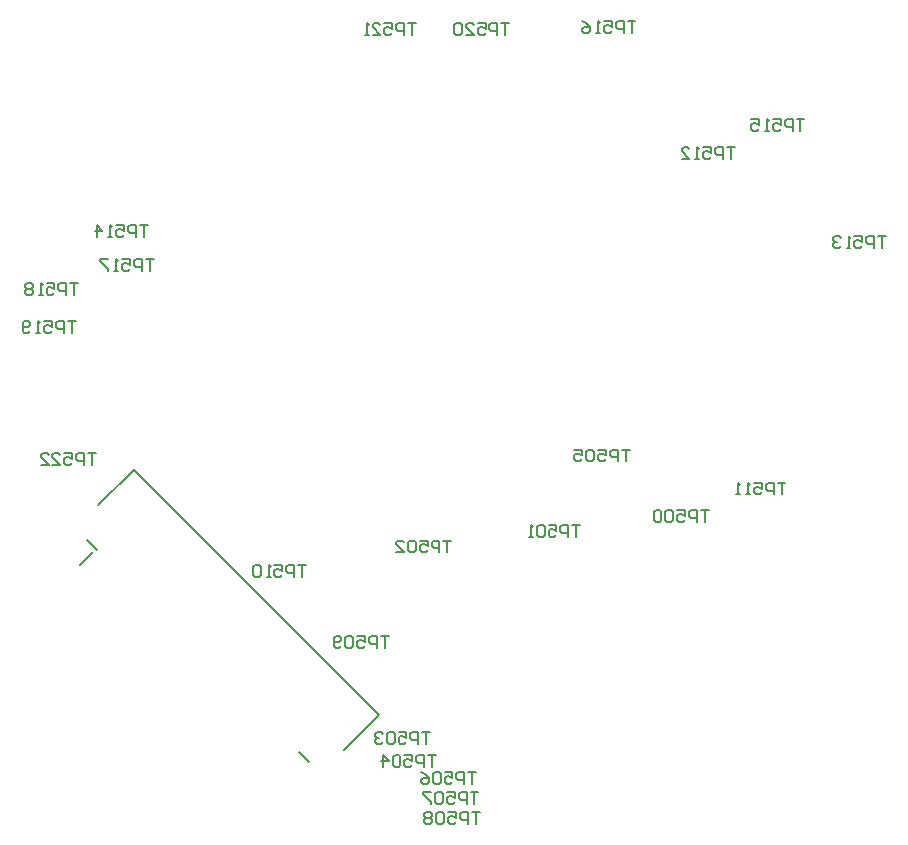
<source format=gbo>
G04*
G04 #@! TF.GenerationSoftware,Altium Limited,CircuitStudio,1.5.2 (30)*
G04*
G04 Layer_Color=13948096*
%FSLAX25Y25*%
%MOIN*%
G70*
G01*
G75*
%ADD41C,0.00591*%
D41*
X-42430Y-124276D02*
X-30737Y-112583D01*
X-112583Y-30737D02*
X-30737Y-112583D01*
X-124276Y-42430D02*
X-112583Y-30737D01*
X-57463Y-124832D02*
X-54122Y-128173D01*
X-128173Y-54122D02*
X-124832Y-57463D01*
X-130400Y-62473D02*
X-125946Y-58019D01*
X-18504Y118109D02*
X-21128D01*
X-19816D01*
Y114173D01*
X-22440D02*
Y118109D01*
X-24408D01*
X-25063Y117453D01*
Y116141D01*
X-24408Y115485D01*
X-22440D01*
X-28999Y118109D02*
X-26375D01*
Y116141D01*
X-27687Y116797D01*
X-28343D01*
X-28999Y116141D01*
Y114829D01*
X-28343Y114173D01*
X-27031D01*
X-26375Y114829D01*
X-32935Y114173D02*
X-30311D01*
X-32935Y116797D01*
Y117453D01*
X-32279Y118109D01*
X-30967D01*
X-30311Y117453D01*
X-34247Y114173D02*
X-35559D01*
X-34903D01*
Y118109D01*
X-34247Y117453D01*
X12598Y118109D02*
X9975D01*
X11287D01*
Y114173D01*
X8663D02*
Y118109D01*
X6695D01*
X6039Y117453D01*
Y116141D01*
X6695Y115485D01*
X8663D01*
X2103Y118109D02*
X4727D01*
Y116141D01*
X3415Y116797D01*
X2759D01*
X2103Y116141D01*
Y114829D01*
X2759Y114173D01*
X4071D01*
X4727Y114829D01*
X-1833Y114173D02*
X791D01*
X-1833Y116797D01*
Y117453D01*
X-1177Y118109D01*
X135D01*
X791Y117453D01*
X-3145D02*
X-3801Y118109D01*
X-5112D01*
X-5768Y117453D01*
Y114829D01*
X-5112Y114173D01*
X-3801D01*
X-3145Y114829D01*
Y117453D01*
X-131890Y18896D02*
X-134514D01*
X-133202D01*
Y14961D01*
X-135826D02*
Y18896D01*
X-137793D01*
X-138449Y18240D01*
Y16928D01*
X-137793Y16273D01*
X-135826D01*
X-142385Y18896D02*
X-139761D01*
Y16928D01*
X-141073Y17584D01*
X-141729D01*
X-142385Y16928D01*
Y15617D01*
X-141729Y14961D01*
X-140417D01*
X-139761Y15617D01*
X-143697Y14961D02*
X-145009D01*
X-144353D01*
Y18896D01*
X-143697Y18240D01*
X-146977Y15617D02*
X-147633Y14961D01*
X-148945D01*
X-149601Y15617D01*
Y18240D01*
X-148945Y18896D01*
X-147633D01*
X-146977Y18240D01*
Y17584D01*
X-147633Y16928D01*
X-149601D01*
X-131102Y31495D02*
X-133726D01*
X-132414D01*
Y27559D01*
X-135038D02*
Y31495D01*
X-137006D01*
X-137662Y30839D01*
Y29527D01*
X-137006Y28871D01*
X-135038D01*
X-141598Y31495D02*
X-138974D01*
Y29527D01*
X-140286Y30183D01*
X-140942D01*
X-141598Y29527D01*
Y28215D01*
X-140942Y27559D01*
X-139630D01*
X-138974Y28215D01*
X-142910Y27559D02*
X-144221D01*
X-143565D01*
Y31495D01*
X-142910Y30839D01*
X-146189D02*
X-146845Y31495D01*
X-148157D01*
X-148813Y30839D01*
Y30183D01*
X-148157Y29527D01*
X-148813Y28871D01*
Y28215D01*
X-148157Y27559D01*
X-146845D01*
X-146189Y28215D01*
Y28871D01*
X-146845Y29527D01*
X-146189Y30183D01*
Y30839D01*
X-146845Y29527D02*
X-148157D01*
X-105905Y39369D02*
X-108529D01*
X-107217D01*
Y35433D01*
X-109841D02*
Y39369D01*
X-111809D01*
X-112465Y38713D01*
Y37401D01*
X-111809Y36745D01*
X-109841D01*
X-116401Y39369D02*
X-113777D01*
Y37401D01*
X-115089Y38057D01*
X-115745D01*
X-116401Y37401D01*
Y36089D01*
X-115745Y35433D01*
X-114433D01*
X-113777Y36089D01*
X-117713Y35433D02*
X-119025D01*
X-118369D01*
Y39369D01*
X-117713Y38713D01*
X-120993Y39369D02*
X-123616D01*
Y38713D01*
X-120993Y36089D01*
Y35433D01*
X54724Y118896D02*
X52101D01*
X53412D01*
Y114961D01*
X50789D02*
Y118896D01*
X48821D01*
X48165Y118240D01*
Y116929D01*
X48821Y116272D01*
X50789D01*
X44229Y118896D02*
X46853D01*
Y116929D01*
X45541Y117584D01*
X44885D01*
X44229Y116929D01*
Y115617D01*
X44885Y114961D01*
X46197D01*
X46853Y115617D01*
X42917Y114961D02*
X41605D01*
X42261D01*
Y118896D01*
X42917Y118240D01*
X37014Y118896D02*
X38326Y118240D01*
X39637Y116929D01*
Y115617D01*
X38982Y114961D01*
X37670D01*
X37014Y115617D01*
Y116272D01*
X37670Y116929D01*
X39637D01*
X111024Y86219D02*
X108400D01*
X109712D01*
Y82284D01*
X107088D02*
Y86219D01*
X105120D01*
X104464Y85563D01*
Y84251D01*
X105120Y83595D01*
X107088D01*
X100528Y86219D02*
X103152D01*
Y84251D01*
X101840Y84907D01*
X101184D01*
X100528Y84251D01*
Y82939D01*
X101184Y82284D01*
X102496D01*
X103152Y82939D01*
X99216Y82284D02*
X97904D01*
X98560D01*
Y86219D01*
X99216Y85563D01*
X93313Y86219D02*
X95937D01*
Y84251D01*
X94625Y84907D01*
X93969D01*
X93313Y84251D01*
Y82939D01*
X93969Y82284D01*
X95281D01*
X95937Y82939D01*
X-107874Y50786D02*
X-110498D01*
X-109186D01*
Y46850D01*
X-111810D02*
Y50786D01*
X-113778D01*
X-114434Y50130D01*
Y48818D01*
X-113778Y48162D01*
X-111810D01*
X-118369Y50786D02*
X-115745D01*
Y48818D01*
X-117057Y49474D01*
X-117713D01*
X-118369Y48818D01*
Y47506D01*
X-117713Y46850D01*
X-116402D01*
X-115745Y47506D01*
X-119681Y46850D02*
X-120993D01*
X-120337D01*
Y50786D01*
X-119681Y50130D01*
X-124929Y46850D02*
Y50786D01*
X-122961Y48818D01*
X-125585D01*
X138189Y47243D02*
X135565D01*
X136877D01*
Y43307D01*
X134253D02*
Y47243D01*
X132285D01*
X131629Y46587D01*
Y45275D01*
X132285Y44619D01*
X134253D01*
X127694Y47243D02*
X130317D01*
Y45275D01*
X129006Y45931D01*
X128350D01*
X127694Y45275D01*
Y43963D01*
X128350Y43307D01*
X129662D01*
X130317Y43963D01*
X126382Y43307D02*
X125070D01*
X125726D01*
Y47243D01*
X126382Y46587D01*
X123102D02*
X122446Y47243D01*
X121134D01*
X120478Y46587D01*
Y45931D01*
X121134Y45275D01*
X121790D01*
X121134D01*
X120478Y44619D01*
Y43963D01*
X121134Y43307D01*
X122446D01*
X123102Y43963D01*
X87795Y76770D02*
X85172D01*
X86483D01*
Y72835D01*
X83859D02*
Y76770D01*
X81892D01*
X81236Y76114D01*
Y74803D01*
X81892Y74147D01*
X83859D01*
X77300Y76770D02*
X79924D01*
Y74803D01*
X78612Y75459D01*
X77956D01*
X77300Y74803D01*
Y73491D01*
X77956Y72835D01*
X79268D01*
X79924Y73491D01*
X75988Y72835D02*
X74676D01*
X75332D01*
Y76770D01*
X75988Y76114D01*
X70085Y72835D02*
X72708D01*
X70085Y75459D01*
Y76114D01*
X70740Y76770D01*
X72052D01*
X72708Y76114D01*
X104724Y-35041D02*
X102101D01*
X103412D01*
Y-38976D01*
X100789D02*
Y-35041D01*
X98821D01*
X98165Y-35697D01*
Y-37009D01*
X98821Y-37664D01*
X100789D01*
X94229Y-35041D02*
X96853D01*
Y-37009D01*
X95541Y-36353D01*
X94885D01*
X94229Y-37009D01*
Y-38320D01*
X94885Y-38976D01*
X96197D01*
X96853Y-38320D01*
X92917Y-38976D02*
X91605D01*
X92261D01*
Y-35041D01*
X92917Y-35697D01*
X89637Y-38976D02*
X88326D01*
X88981D01*
Y-35041D01*
X89637Y-35697D01*
X-55118Y-62600D02*
X-57742D01*
X-56430D01*
Y-66535D01*
X-59054D02*
Y-62600D01*
X-61022D01*
X-61678Y-63256D01*
Y-64568D01*
X-61022Y-65223D01*
X-59054D01*
X-65613Y-62600D02*
X-62990D01*
Y-64568D01*
X-64302Y-63912D01*
X-64957D01*
X-65613Y-64568D01*
Y-65879D01*
X-64957Y-66535D01*
X-63646D01*
X-62990Y-65879D01*
X-66925Y-66535D02*
X-68237D01*
X-67581D01*
Y-62600D01*
X-66925Y-63256D01*
X-70205D02*
X-70861Y-62600D01*
X-72173D01*
X-72829Y-63256D01*
Y-65879D01*
X-72173Y-66535D01*
X-70861D01*
X-70205Y-65879D01*
Y-63256D01*
X-27559Y-86222D02*
X-30183D01*
X-28871D01*
Y-90158D01*
X-31495D02*
Y-86222D01*
X-33463D01*
X-34119Y-86878D01*
Y-88190D01*
X-33463Y-88846D01*
X-31495D01*
X-38054Y-86222D02*
X-35430D01*
Y-88190D01*
X-36742Y-87534D01*
X-37398D01*
X-38054Y-88190D01*
Y-89502D01*
X-37398Y-90158D01*
X-36086D01*
X-35430Y-89502D01*
X-39366Y-86878D02*
X-40022Y-86222D01*
X-41334D01*
X-41990Y-86878D01*
Y-89502D01*
X-41334Y-90158D01*
X-40022D01*
X-39366Y-89502D01*
Y-86878D01*
X-43302Y-89502D02*
X-43958Y-90158D01*
X-45270D01*
X-45926Y-89502D01*
Y-86878D01*
X-45270Y-86222D01*
X-43958D01*
X-43302Y-86878D01*
Y-87534D01*
X-43958Y-88190D01*
X-45926D01*
X2756Y-144883D02*
X132D01*
X1444D01*
Y-148819D01*
X-1180D02*
Y-144883D01*
X-3148D01*
X-3804Y-145539D01*
Y-146851D01*
X-3148Y-147507D01*
X-1180D01*
X-7739Y-144883D02*
X-5116D01*
Y-146851D01*
X-6427Y-146195D01*
X-7083D01*
X-7739Y-146851D01*
Y-148163D01*
X-7083Y-148819D01*
X-5771D01*
X-5116Y-148163D01*
X-9051Y-145539D02*
X-9707Y-144883D01*
X-11019D01*
X-11675Y-145539D01*
Y-148163D01*
X-11019Y-148819D01*
X-9707D01*
X-9051Y-148163D01*
Y-145539D01*
X-12987D02*
X-13643Y-144883D01*
X-14955D01*
X-15611Y-145539D01*
Y-146195D01*
X-14955Y-146851D01*
X-15611Y-147507D01*
Y-148163D01*
X-14955Y-148819D01*
X-13643D01*
X-12987Y-148163D01*
Y-147507D01*
X-13643Y-146851D01*
X-12987Y-146195D01*
Y-145539D01*
X-13643Y-146851D02*
X-14955D01*
X2362Y-138190D02*
X-262D01*
X1050D01*
Y-142126D01*
X-1574D02*
Y-138190D01*
X-3541D01*
X-4197Y-138846D01*
Y-140158D01*
X-3541Y-140814D01*
X-1574D01*
X-8133Y-138190D02*
X-5509D01*
Y-140158D01*
X-6821Y-139502D01*
X-7477D01*
X-8133Y-140158D01*
Y-141470D01*
X-7477Y-142126D01*
X-6165D01*
X-5509Y-141470D01*
X-9445Y-138846D02*
X-10101Y-138190D01*
X-11413D01*
X-12069Y-138846D01*
Y-141470D01*
X-11413Y-142126D01*
X-10101D01*
X-9445Y-141470D01*
Y-138846D01*
X-13381Y-138190D02*
X-16005D01*
Y-138846D01*
X-13381Y-141470D01*
Y-142126D01*
X1575Y-131497D02*
X-1049D01*
X263D01*
Y-135433D01*
X-2361D02*
Y-131497D01*
X-4329D01*
X-4985Y-132153D01*
Y-133465D01*
X-4329Y-134121D01*
X-2361D01*
X-8920Y-131497D02*
X-6297D01*
Y-133465D01*
X-7609Y-132809D01*
X-8264D01*
X-8920Y-133465D01*
Y-134777D01*
X-8264Y-135433D01*
X-6953D01*
X-6297Y-134777D01*
X-10232Y-132153D02*
X-10888Y-131497D01*
X-12200D01*
X-12856Y-132153D01*
Y-134777D01*
X-12200Y-135433D01*
X-10888D01*
X-10232Y-134777D01*
Y-132153D01*
X-16792Y-131497D02*
X-15480Y-132153D01*
X-14168Y-133465D01*
Y-134777D01*
X-14824Y-135433D01*
X-16136D01*
X-16792Y-134777D01*
Y-134121D01*
X-16136Y-133465D01*
X-14168D01*
X52756Y-24017D02*
X50132D01*
X51444D01*
Y-27953D01*
X48820D02*
Y-24017D01*
X46852D01*
X46196Y-24673D01*
Y-25985D01*
X46852Y-26641D01*
X48820D01*
X42261Y-24017D02*
X44884D01*
Y-25985D01*
X43573Y-25329D01*
X42917D01*
X42261Y-25985D01*
Y-27297D01*
X42917Y-27953D01*
X44229D01*
X44884Y-27297D01*
X40949Y-24673D02*
X40293Y-24017D01*
X38981D01*
X38325Y-24673D01*
Y-27297D01*
X38981Y-27953D01*
X40293D01*
X40949Y-27297D01*
Y-24673D01*
X34389Y-24017D02*
X37013D01*
Y-25985D01*
X35701Y-25329D01*
X35045D01*
X34389Y-25985D01*
Y-27297D01*
X35045Y-27953D01*
X36357D01*
X37013Y-27297D01*
X-11811Y-125986D02*
X-14435D01*
X-13123D01*
Y-129921D01*
X-15747D02*
Y-125986D01*
X-17715D01*
X-18371Y-126641D01*
Y-127953D01*
X-17715Y-128609D01*
X-15747D01*
X-22306Y-125986D02*
X-19682D01*
Y-127953D01*
X-20994Y-127297D01*
X-21650D01*
X-22306Y-127953D01*
Y-129265D01*
X-21650Y-129921D01*
X-20338D01*
X-19682Y-129265D01*
X-23618Y-126641D02*
X-24274Y-125986D01*
X-25586D01*
X-26242Y-126641D01*
Y-129265D01*
X-25586Y-129921D01*
X-24274D01*
X-23618Y-129265D01*
Y-126641D01*
X-29522Y-129921D02*
Y-125986D01*
X-27554Y-127953D01*
X-30178D01*
X-13780Y-118112D02*
X-16403D01*
X-15091D01*
Y-122047D01*
X-17715D02*
Y-118112D01*
X-19683D01*
X-20339Y-118767D01*
Y-120079D01*
X-19683Y-120735D01*
X-17715D01*
X-24275Y-118112D02*
X-21651D01*
Y-120079D01*
X-22963Y-119423D01*
X-23619D01*
X-24275Y-120079D01*
Y-121391D01*
X-23619Y-122047D01*
X-22307D01*
X-21651Y-121391D01*
X-25587Y-118767D02*
X-26243Y-118112D01*
X-27555D01*
X-28211Y-118767D01*
Y-121391D01*
X-27555Y-122047D01*
X-26243D01*
X-25587Y-121391D01*
Y-118767D01*
X-29522D02*
X-30178Y-118112D01*
X-31490D01*
X-32146Y-118767D01*
Y-119423D01*
X-31490Y-120079D01*
X-30834D01*
X-31490D01*
X-32146Y-120735D01*
Y-121391D01*
X-31490Y-122047D01*
X-30178D01*
X-29522Y-121391D01*
X-6693Y-54332D02*
X-9317D01*
X-8005D01*
Y-58268D01*
X-10629D02*
Y-54332D01*
X-12596D01*
X-13252Y-54988D01*
Y-56300D01*
X-12596Y-56956D01*
X-10629D01*
X-17188Y-54332D02*
X-14564D01*
Y-56300D01*
X-15876Y-55644D01*
X-16532D01*
X-17188Y-56300D01*
Y-57612D01*
X-16532Y-58268D01*
X-15220D01*
X-14564Y-57612D01*
X-18500Y-54988D02*
X-19156Y-54332D01*
X-20468D01*
X-21124Y-54988D01*
Y-57612D01*
X-20468Y-58268D01*
X-19156D01*
X-18500Y-57612D01*
Y-54988D01*
X-25060Y-58268D02*
X-22436D01*
X-25060Y-55644D01*
Y-54988D01*
X-24404Y-54332D01*
X-23092D01*
X-22436Y-54988D01*
X36220Y-49214D02*
X33597D01*
X34909D01*
Y-53150D01*
X32285D02*
Y-49214D01*
X30317D01*
X29661Y-49870D01*
Y-51182D01*
X30317Y-51838D01*
X32285D01*
X25725Y-49214D02*
X28349D01*
Y-51182D01*
X27037Y-50526D01*
X26381D01*
X25725Y-51182D01*
Y-52494D01*
X26381Y-53150D01*
X27693D01*
X28349Y-52494D01*
X24413Y-49870D02*
X23757Y-49214D01*
X22445D01*
X21789Y-49870D01*
Y-52494D01*
X22445Y-53150D01*
X23757D01*
X24413Y-52494D01*
Y-49870D01*
X20478Y-53150D02*
X19166D01*
X19821D01*
Y-49214D01*
X20478Y-49870D01*
X79134Y-44096D02*
X76510D01*
X77822D01*
Y-48031D01*
X75198D02*
Y-44096D01*
X73230D01*
X72574Y-44752D01*
Y-46064D01*
X73230Y-46720D01*
X75198D01*
X68639Y-44096D02*
X71262D01*
Y-46064D01*
X69950Y-45408D01*
X69295D01*
X68639Y-46064D01*
Y-47376D01*
X69295Y-48031D01*
X70606D01*
X71262Y-47376D01*
X67327Y-44752D02*
X66671Y-44096D01*
X65359D01*
X64703Y-44752D01*
Y-47376D01*
X65359Y-48031D01*
X66671D01*
X67327Y-47376D01*
Y-44752D01*
X63391D02*
X62735Y-44096D01*
X61423D01*
X60767Y-44752D01*
Y-47376D01*
X61423Y-48031D01*
X62735D01*
X63391Y-47376D01*
Y-44752D01*
X-125197Y-25198D02*
X-127821D01*
X-126509D01*
Y-29134D01*
X-129133D02*
Y-25198D01*
X-131100D01*
X-131756Y-25854D01*
Y-27166D01*
X-131100Y-27822D01*
X-129133D01*
X-135692Y-25198D02*
X-133068D01*
Y-27166D01*
X-134380Y-26510D01*
X-135036D01*
X-135692Y-27166D01*
Y-28478D01*
X-135036Y-29134D01*
X-133724D01*
X-133068Y-28478D01*
X-139628Y-29134D02*
X-137004D01*
X-139628Y-26510D01*
Y-25854D01*
X-138972Y-25198D01*
X-137660D01*
X-137004Y-25854D01*
X-143564Y-29134D02*
X-140940D01*
X-143564Y-26510D01*
Y-25854D01*
X-142908Y-25198D01*
X-141596D01*
X-140940Y-25854D01*
M02*

</source>
